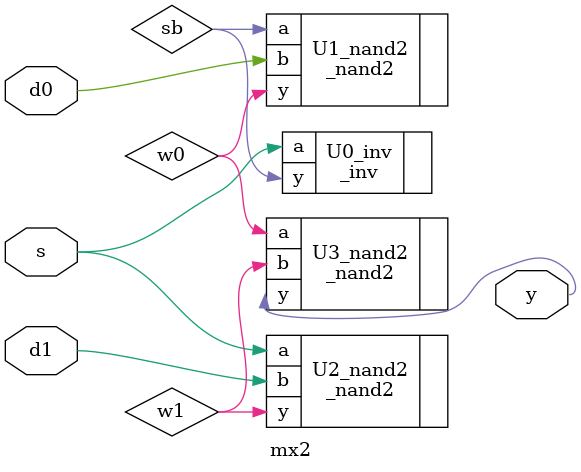
<source format=v>
module mx2(d0, d1, s, y); //2 input mux
input		d0, d1;
input		s;
output	y;
wire	sb, w0, w1;

_inv U0_inv(.a(s), .y(sb));
_nand2 U1_nand2(.a(sb), .b(d0), .y(w0));
_nand2 U2_nand2(.a(s), .b(d1), .y(w1));
_nand2 U3_nand2(.a(w0), .b(w1), .y(y));

endmodule

</source>
